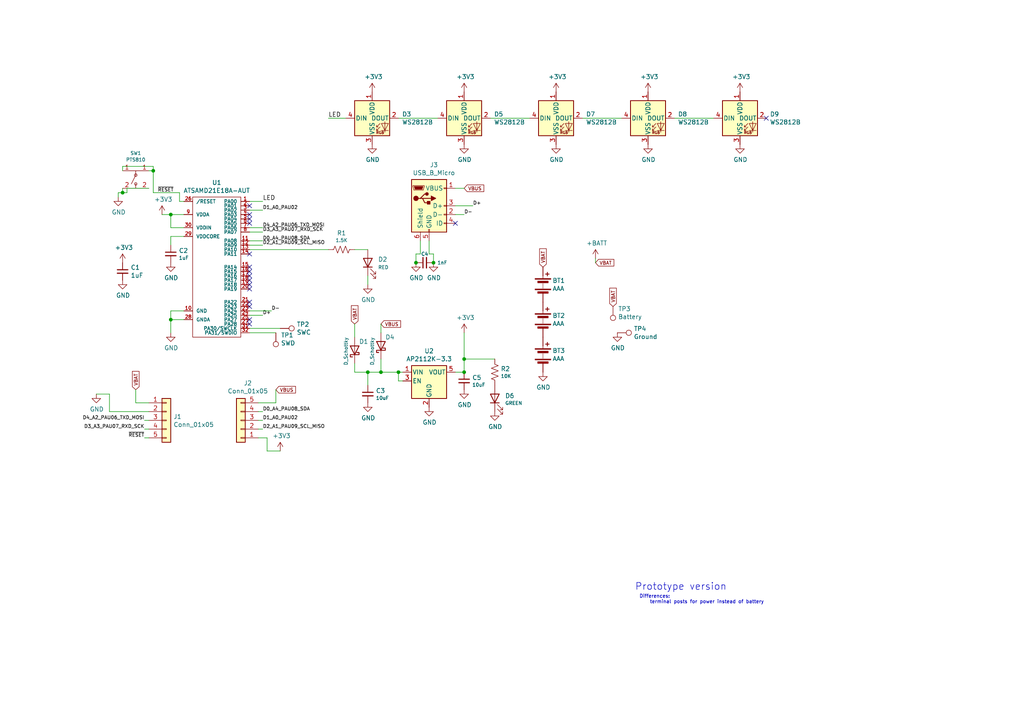
<source format=kicad_sch>
(kicad_sch (version 20230121) (generator eeschema)
  (paper "A4")
  (lib_symbols
    (symbol "Connector:TestPoint" (pin_numbers hide) (pin_names (offset 0.762) hide)
      (property "Reference" "TP" (at 0 6.858 0))
      (property "Value" "TestPoint" (at 0 5.08 0))
      (symbol "TestPoint_0_1"
        (circle (center 0 3.302) (radius 0.762))
      )
      (symbol "TestPoint_1_1"
        (pin passive line (at 0 0 90) (length 2.54) (name "1") (number "1"))
      )
    )
    (symbol "Connector_Generic:Conn_01x05" (pin_names (offset 1.016) hide)
      (property "Reference" "J" (at 0 7.62 0))
      (property "Value" "Conn_01x05" (at 0 -7.62 0))
      (symbol "Conn_01x05_1_1"
        (rectangle (start -1.27 -4.953) (end 0 -5.207) (stroke (width 0.1524)))
        (rectangle (start -1.27 -2.413) (end 0 -2.667) (stroke (width 0.1524)))
        (rectangle (start -1.27 0.127) (end 0 -0.127) (stroke (width 0.1524)))
        (rectangle (start -1.27 2.667) (end 0 2.413) (stroke (width 0.1524)))
        (rectangle (start -1.27 5.207) (end 0 4.953) (stroke (width 0.1524)))
        (rectangle (start -1.27 6.35) (end 1.27 -6.35) (stroke (width 0.254)) (fill (type background)))
        (pin passive line (at -5.08 5.08 0) (length 3.81) (name "Pin_1") (number "1"))
        (pin passive line (at -5.08 2.54 0) (length 3.81) (name "Pin_2") (number "2"))
        (pin passive line (at -5.08 0 0) (length 3.81) (name "Pin_3") (number "3"))
        (pin passive line (at -5.08 -2.54 0) (length 3.81) (name "Pin_4") (number "4"))
        (pin passive line (at -5.08 -5.08 0) (length 3.81) (name "Pin_5") (number "5"))
      )
    )
    (symbol "Device:Battery" (pin_numbers hide) (pin_names (offset 0) hide)
      (property "Reference" "BT" (at 2.54 2.54 0))
      (property "Value" "Battery" (at 2.54 0 0))
      (symbol "Battery_0_1"
        (rectangle (start -2.286 -1.27) (end 2.286 -1.524) (fill (type outline)))
        (rectangle (start -2.286 1.778) (end 2.286 1.524) (fill (type outline)))
        (rectangle (start -1.524 -2.032) (end 1.524 -2.54) (fill (type outline)))
        (rectangle (start -1.524 1.016) (end 1.524 0.508) (fill (type outline)))
        (polyline (pts (xy 0 -1.016) (xy 0 -0.762)))
        (polyline (pts (xy 0 -0.508) (xy 0 -0.254)))
        (polyline (pts (xy 0 0) (xy 0 0.254)))
        (polyline (pts (xy 0 1.778) (xy 0 2.54)))
        (polyline (pts (xy 0.762 3.048) (xy 1.778 3.048)) (stroke (width 0.254)))
        (polyline (pts (xy 1.27 3.556) (xy 1.27 2.54)) (stroke (width 0.254)))
      )
      (symbol "Battery_1_1"
        (pin passive line (at 0 5.08 270) (length 2.54) (name "+") (number "1"))
        (pin passive line (at 0 -5.08 90) (length 2.54) (name "-") (number "2"))
      )
    )
    (symbol "Device:C_Small" (pin_numbers hide) (pin_names (offset 0.254) hide)
      (property "Reference" "C" (at 0.254 1.778 0))
      (property "Value" "C_Small" (at 0.254 -2.032 0))
      (symbol "C_Small_0_1"
        (polyline (pts (xy -1.524 -0.508) (xy 1.524 -0.508)) (stroke (width 0.3302)))
        (polyline (pts (xy -1.524 0.508) (xy 1.524 0.508)) (stroke (width 0.3048)))
      )
      (symbol "C_Small_1_1"
        (pin passive line (at 0 2.54 270) (length 2.032) (name "~") (number "1"))
        (pin passive line (at 0 -2.54 90) (length 2.032) (name "~") (number "2"))
      )
    )
    (symbol "Device:D_Schottky" (pin_numbers hide) (pin_names (offset 1.016) hide)
      (property "Reference" "D" (at 0 2.54 0))
      (property "Value" "D_Schottky" (at 0 -2.54 0))
      (symbol "D_Schottky_0_1"
        (polyline (pts (xy 1.27 0) (xy -1.27 0)))
        (polyline (pts (xy 1.27 1.27) (xy 1.27 -1.27) (xy -1.27 0) (xy 1.27 1.27)) (stroke (width 0.254)))
        (polyline (pts (xy -1.905 0.635) (xy -1.905 1.27) (xy -1.27 1.27) (xy -1.27 -1.27) (xy -0.635 -1.27) (xy -0.635 -0.635)) (stroke (width 0.254)))
      )
      (symbol "D_Schottky_1_1"
        (pin passive line (at -3.81 0 0) (length 2.54) (name "K") (number "1"))
        (pin passive line (at 3.81 0 180) (length 2.54) (name "A") (number "2"))
      )
    )
    (symbol "Device:LED" (pin_numbers hide) (pin_names (offset 1.016) hide)
      (property "Reference" "D" (at 0 2.54 0))
      (property "Value" "LED" (at 0 -2.54 0))
      (symbol "LED_0_1"
        (polyline (pts (xy -1.27 -1.27) (xy -1.27 1.27)) (stroke (width 0.254)))
        (polyline (pts (xy -1.27 0) (xy 1.27 0)))
        (polyline (pts (xy 1.27 -1.27) (xy 1.27 1.27) (xy -1.27 0) (xy 1.27 -1.27)) (stroke (width 0.254)))
        (polyline (pts (xy -3.048 -0.762) (xy -4.572 -2.286) (xy -3.81 -2.286) (xy -4.572 -2.286) (xy -4.572 -1.524)))
        (polyline (pts (xy -1.778 -0.762) (xy -3.302 -2.286) (xy -2.54 -2.286) (xy -3.302 -2.286) (xy -3.302 -1.524)))
      )
      (symbol "LED_1_1"
        (pin passive line (at -3.81 0 0) (length 2.54) (name "K") (number "1"))
        (pin passive line (at 3.81 0 180) (length 2.54) (name "A") (number "2"))
      )
    )
    (symbol "Device:R_US" (pin_numbers hide) (pin_names (offset 0))
      (property "Reference" "R" (at 2.54 0 90))
      (property "Value" "R_US" (at -2.54 0 90))
      (symbol "R_US_0_1"
        (polyline (pts (xy 0 -2.286) (xy 0 -2.54)))
        (polyline (pts (xy 0 2.286) (xy 0 2.54)))
        (polyline (pts (xy 0 -0.762) (xy 1.016 -1.143) (xy 0 -1.524) (xy -1.016 -1.905) (xy 0 -2.286)))
        (polyline (pts (xy 0 0.762) (xy 1.016 0.381) (xy 0 0) (xy -1.016 -0.381) (xy 0 -0.762)))
        (polyline (pts (xy 0 2.286) (xy 1.016 1.905) (xy 0 1.524) (xy -1.016 1.143) (xy 0 0.762)))
      )
      (symbol "R_US_1_1"
        (pin passive line (at 0 3.81 270) (length 1.27) (name "~") (number "1"))
        (pin passive line (at 0 -3.81 90) (length 1.27) (name "~") (number "2"))
      )
    )
    (symbol "LED:WS2812B" (pin_names (offset 0.254))
      (property "Reference" "D" (at 5.08 5.715 0))
      (property "Value" "WS2812B" (at 1.27 -5.715 0))
      (symbol "WS2812B_0_0"
        (text "RGB" (at 2.286 -4.191 0) (effects (font (size 0.762 0.762))))
      )
      (symbol "WS2812B_0_1"
        (polyline (pts (xy 1.27 -3.556) (xy 1.778 -3.556)))
        (polyline (pts (xy 1.27 -2.54) (xy 1.778 -2.54)))
        (polyline (pts (xy 4.699 -3.556) (xy 2.667 -3.556)))
        (polyline (pts (xy 2.286 -2.54) (xy 1.27 -3.556) (xy 1.27 -3.048)))
        (polyline (pts (xy 2.286 -1.524) (xy 1.27 -2.54) (xy 1.27 -2.032)))
        (polyline (pts (xy 3.683 -1.016) (xy 3.683 -3.556) (xy 3.683 -4.064)))
        (polyline (pts (xy 4.699 -1.524) (xy 2.667 -1.524) (xy 3.683 -3.556) (xy 4.699 -1.524)))
        (rectangle (start 5.08 5.08) (end -5.08 -5.08) (stroke (width 0.254)) (fill (type background)))
      )
      (symbol "WS2812B_1_1"
        (pin power_in line (at 0 7.62 270) (length 2.54) (name "VDD") (number "1"))
        (pin output line (at 7.62 0 180) (length 2.54) (name "DOUT") (number "2"))
        (pin power_in line (at 0 -7.62 90) (length 2.54) (name "VSS") (number "3"))
        (pin input line (at -7.62 0 0) (length 2.54) (name "DIN") (number "4"))
      )
    )
    (symbol "bsidessd-rescue:AP2112K-3.3-Regulator_Linear" (pin_names (offset 0.254))
      (property "Reference" "U" (at -5.08 5.715 0))
      (property "Value" "Regulator_Linear_AP2112K-3.3" (at 0 5.715 0))
      (symbol "AP2112K-3.3-Regulator_Linear_0_1"
        (rectangle (start -5.08 4.445) (end 5.08 -5.08) (stroke (width 0.254)) (fill (type background)))
      )
      (symbol "AP2112K-3.3-Regulator_Linear_1_1"
        (pin power_in line (at -7.62 2.54 0) (length 2.54) (name "VIN") (number "1"))
        (pin power_in line (at 0 -7.62 90) (length 2.54) (name "GND") (number "2"))
        (pin input line (at -7.62 0 0) (length 2.54) (name "EN") (number "3"))
        (pin no_connect line (at 7.62 0 180) (length 2.54) hide (name "NC") (number "4"))
        (pin power_out line (at 7.62 2.54 180) (length 2.54) (name "VOUT") (number "5"))
      )
    )
    (symbol "bsidessd-rescue:ATSAMD21E18A-AUT-ATSAMD21E" (pin_names (offset 1.016))
      (property "Reference" "U" (at -6.35 13.97 0))
      (property "Value" "ATSAMD21E_ATSAMD21E18A-AUT" (at -5.08 -29.21 0))
      (symbol "ATSAMD21E18A-AUT-ATSAMD21E_0_1"
        (rectangle (start 1.27 12.7) (end -12.7 -27.94))
      )
      (symbol "ATSAMD21E18A-AUT-ATSAMD21E_1_1"
        (pin input line (at 3.81 11.43 180) (length 2.54) (name "PA00") (number "1"))
        (pin input line (at -15.24 -20.32 0) (length 2.54) (name "GND") (number "10"))
        (pin input line (at 3.81 0 180) (length 2.54) (name "PA08") (number "11"))
        (pin input line (at 3.81 -1.27 180) (length 2.54) (name "PA09") (number "12"))
        (pin input line (at 3.81 -2.54 180) (length 2.54) (name "PA10") (number "13"))
        (pin input line (at 3.81 -3.81 180) (length 2.54) (name "PA11") (number "14"))
        (pin input line (at 3.81 -7.62 180) (length 2.54) (name "PA14") (number "15"))
        (pin input line (at 3.81 -8.89 180) (length 2.54) (name "PA15") (number "16"))
        (pin input line (at 3.81 -10.16 180) (length 2.54) (name "PA16") (number "17"))
        (pin input line (at 3.81 -11.43 180) (length 2.54) (name "PA17") (number "18"))
        (pin input line (at 3.81 -12.7 180) (length 2.54) (name "PA18") (number "19"))
        (pin input line (at 3.81 10.16 180) (length 2.54) (name "PA01") (number "2"))
        (pin input line (at 3.81 -13.97 180) (length 2.54) (name "PA19") (number "20"))
        (pin input line (at 3.81 -17.78 180) (length 2.54) (name "PA22") (number "21"))
        (pin input line (at 3.81 -19.05 180) (length 2.54) (name "PA23") (number "22"))
        (pin input line (at 3.81 -20.32 180) (length 2.54) (name "PA24") (number "23"))
        (pin input line (at 3.81 -21.59 180) (length 2.54) (name "PA25") (number "24"))
        (pin input line (at 3.81 -22.86 180) (length 2.54) (name "PA27") (number "25"))
        (pin input line (at -15.24 11.43 0) (length 2.54) (name "/RESET") (number "26"))
        (pin input line (at 3.81 -24.13 180) (length 2.54) (name "PA28") (number "27"))
        (pin input line (at -15.24 -22.86 0) (length 2.54) (name "GNDA") (number "28"))
        (pin input line (at -15.24 1.27 0) (length 2.54) (name "VDDCORE") (number "29"))
        (pin input line (at 3.81 8.89 180) (length 2.54) (name "PA02") (number "3"))
        (pin input line (at -15.24 3.81 0) (length 2.54) (name "VDDIN") (number "30"))
        (pin input line (at 3.81 -25.4 180) (length 2.54) (name "PA30/SWCLK") (number "31"))
        (pin input line (at 3.81 -26.67 180) (length 2.54) (name "PA31/SWDIO") (number "32"))
        (pin input line (at 3.81 7.62 180) (length 2.54) (name "PA03") (number "4"))
        (pin input line (at 3.81 6.35 180) (length 2.54) (name "PA04") (number "5"))
        (pin input line (at 3.81 5.08 180) (length 2.54) (name "PA05") (number "6"))
        (pin input line (at 3.81 3.81 180) (length 2.54) (name "PA06") (number "7"))
        (pin input line (at 3.81 2.54 180) (length 2.54) (name "PA07") (number "8"))
        (pin input line (at -15.24 7.62 0) (length 2.54) (name "VDDA") (number "9"))
      )
    )
    (symbol "bsidessd-rescue:PTS810-pts810_alt" (pin_names (offset 1.016))
      (property "Reference" "SW" (at 0 5.08 0))
      (property "Value" "pts810_alt_PTS810" (at 0 -3.81 0))
      (symbol "PTS810-pts810_alt_0_1"
        (circle (center 0 -1.27) (radius 0.3556))
        (polyline (pts (xy 0 1.27) (xy -1.27 -1.27)))
        (polyline (pts (xy -1.27 -2.54) (xy 1.27 -2.54) (xy 0 -2.54) (xy 0 -1.27)))
        (polyline (pts (xy -1.27 2.54) (xy 1.27 2.54) (xy 0 2.54) (xy 0 1.27)))
        (circle (center 0 1.27) (radius 0.381))
      )
      (symbol "PTS810-pts810_alt_1_1"
        (pin input line (at -3.81 2.54 0) (length 2.54) (name "~") (number "1"))
        (pin input line (at 3.81 2.54 180) (length 2.54) (name "~") (number "1"))
        (pin input line (at -3.81 -2.54 0) (length 2.54) (name "~") (number "2"))
        (pin input line (at 3.81 -2.54 180) (length 2.54) (name "~") (number "2"))
      )
    )
    (symbol "bsidessd-rescue:USB_B_Micro-Connector" (pin_names (offset 1.016))
      (property "Reference" "J" (at -5.08 11.43 0))
      (property "Value" "Connector_USB_B_Micro" (at -5.08 8.89 0))
      (symbol "USB_B_Micro-Connector_0_1"
        (rectangle (start -5.08 -7.62) (end 5.08 7.62) (stroke (width 0.254)) (fill (type background)))
        (circle (center -3.81 2.159) (radius 0.635) (stroke (width 0.254)) (fill (type outline)))
        (circle (center -0.635 3.429) (radius 0.381) (stroke (width 0.254)) (fill (type outline)))
        (rectangle (start -0.127 -7.62) (end 0.127 -6.858))
        (polyline (pts (xy -1.905 2.159) (xy 0.635 2.159)) (stroke (width 0.254)))
        (polyline (pts (xy -3.175 2.159) (xy -2.54 2.159) (xy -1.27 3.429) (xy -0.635 3.429)) (stroke (width 0.254)))
        (polyline (pts (xy -2.54 2.159) (xy -1.905 2.159) (xy -1.27 0.889) (xy 0 0.889)) (stroke (width 0.254)))
        (polyline (pts (xy 0.635 2.794) (xy 0.635 1.524) (xy 1.905 2.159) (xy 0.635 2.794)) (stroke (width 0.254)) (fill (type outline)))
        (polyline (pts (xy -4.318 5.588) (xy -1.778 5.588) (xy -2.032 4.826) (xy -4.064 4.826) (xy -4.318 5.588)) (fill (type outline)))
        (polyline (pts (xy -4.699 5.842) (xy -4.699 5.588) (xy -4.445 4.826) (xy -4.445 4.572) (xy -1.651 4.572) (xy -1.651 4.826) (xy -1.397 5.588) (xy -1.397 5.842) (xy -4.699 5.842)))
        (rectangle (start 0.254 1.27) (end -0.508 0.508) (stroke (width 0.254)) (fill (type outline)))
        (rectangle (start 5.08 -5.207) (end 4.318 -4.953))
        (rectangle (start 5.08 -2.667) (end 4.318 -2.413))
        (rectangle (start 5.08 -0.127) (end 4.318 0.127))
        (rectangle (start 5.08 4.953) (end 4.318 5.207))
      )
      (symbol "USB_B_Micro-Connector_1_1"
        (pin power_out line (at 7.62 5.08 180) (length 2.54) (name "VBUS") (number "1"))
        (pin passive line (at 7.62 -2.54 180) (length 2.54) (name "D-") (number "2"))
        (pin passive line (at 7.62 0 180) (length 2.54) (name "D+") (number "3"))
        (pin passive line (at 7.62 -5.08 180) (length 2.54) (name "ID") (number "4"))
        (pin power_out line (at 0 -10.16 90) (length 2.54) (name "GND") (number "5"))
        (pin passive line (at -2.54 -10.16 90) (length 2.54) (name "Shield") (number "6"))
      )
    )
    (symbol "power:+3V3" (power) (pin_names (offset 0))
      (property "Value" "+3V3" (at 0 3.556 0))
      (symbol "+3V3_0_1"
        (polyline (pts (xy -0.762 1.27) (xy 0 2.54)))
        (polyline (pts (xy 0 0) (xy 0 2.54)))
        (polyline (pts (xy 0 2.54) (xy 0.762 1.27)))
      )
      (symbol "+3V3_1_1"
        (pin power_in line (at 0 0 90) (length 0) hide (name "+3V3") (number "1"))
      )
    )
    (symbol "power:+BATT" (power) (pin_names (offset 0))
      (property "Value" "+BATT" (at 0 3.556 0))
      (symbol "+BATT_0_1"
        (polyline (pts (xy -0.762 1.27) (xy 0 2.54)))
        (polyline (pts (xy 0 0) (xy 0 2.54)))
        (polyline (pts (xy 0 2.54) (xy 0.762 1.27)))
      )
      (symbol "+BATT_1_1"
        (pin power_in line (at 0 0 90) (length 0) hide (name "+BATT") (number "1"))
      )
    )
    (symbol "power:GND" (power) (pin_names (offset 0))
      (property "Value" "GND" (at 0 -3.81 0))
      (symbol "GND_0_1"
        (polyline (pts (xy 0 0) (xy 0 -1.27) (xy 1.27 -1.27) (xy 0 -2.54) (xy -1.27 -1.27) (xy 0 -1.27)))
      )
      (symbol "GND_1_1"
        (pin power_in line (at 0 0 270) (length 0) hide (name "GND") (number "1"))
      )
    )
  )
  (junction (at 35.56 55.88))
  (junction (at 110.49 107.95))
  (junction (at 120.65 76.2))
  (junction (at 44.45 49.53))
  (junction (at 115.57 107.95))
  (junction (at 106.68 107.95))
  (junction (at 134.62 107.95))
  (junction (at 125.73 76.2))
  (junction (at 134.62 104.14))
  (junction (at 49.53 62.23))
  (junction (at 49.53 92.71))
  (no_connect (at 72.39 82.55))
  (no_connect (at 222.25 34.29))
  (no_connect (at 72.39 88.9))
  (no_connect (at 72.39 62.23))
  (no_connect (at 72.39 87.63))
  (no_connect (at 72.39 59.69))
  (no_connect (at 132.08 64.77))
  (no_connect (at 72.39 77.47))
  (no_connect (at 72.39 80.01))
  (no_connect (at 72.39 63.5))
  (no_connect (at 72.39 81.28))
  (no_connect (at 72.39 73.66))
  (no_connect (at 72.39 83.82))
  (no_connect (at 72.39 92.71))
  (no_connect (at 72.39 93.98))
  (no_connect (at 72.39 64.77))
  (no_connect (at 72.39 78.74))
  (wire (pts (xy 49.53 92.71) (xy 53.34 92.71)))
  (wire (pts (xy 116.84 110.49) (xy 115.57 110.49)))
  (wire (pts (xy 110.49 107.95) (xy 115.57 107.95)))
  (wire (pts (xy 102.87 107.95) (xy 106.68 107.95)))
  (wire (pts (xy 102.87 93.98) (xy 102.87 97.79)))
  (wire (pts (xy 77.47 127) (xy 77.47 130.81)))
  (wire (pts (xy 180.34 34.29) (xy 168.91 34.29)))
  (wire (pts (xy 74.93 119.38) (xy 76.2 119.38)))
  (wire (pts (xy 49.53 90.17) (xy 49.53 92.71)))
  (wire (pts (xy 74.93 127) (xy 77.47 127)))
  (wire (pts (xy 34.29 55.88) (xy 34.29 57.15)))
  (wire (pts (xy 110.49 104.14) (xy 110.49 107.95)))
  (wire (pts (xy 121.92 73.66) (xy 120.65 73.66)))
  (wire (pts (xy 53.34 68.58) (xy 49.53 68.58)))
  (wire (pts (xy 153.67 34.29) (xy 142.24 34.29)))
  (wire (pts (xy 72.39 71.12) (xy 76.2 71.12)))
  (wire (pts (xy 72.39 60.96) (xy 76.2 60.96)))
  (wire (pts (xy 74.93 116.84) (xy 80.01 116.84)))
  (wire (pts (xy 72.39 90.17) (xy 78.74 90.17)))
  (wire (pts (xy 132.08 107.95) (xy 134.62 107.95)))
  (wire (pts (xy 31.75 119.38) (xy 31.75 114.3)))
  (wire (pts (xy 132.08 59.69) (xy 137.16 59.69)))
  (wire (pts (xy 72.39 58.42) (xy 76.2 58.42)))
  (wire (pts (xy 134.62 104.14) (xy 134.62 96.52)))
  (wire (pts (xy 49.53 68.58) (xy 49.53 71.12)))
  (wire (pts (xy 80.01 116.84) (xy 80.01 113.03)))
  (wire (pts (xy 39.37 116.84) (xy 39.37 113.03)))
  (wire (pts (xy 72.39 91.44) (xy 76.2 91.44)))
  (wire (pts (xy 53.34 58.42) (xy 52.07 58.42)))
  (wire (pts (xy 53.34 66.04) (xy 49.53 66.04)))
  (wire (pts (xy 43.18 127) (xy 41.91 127)))
  (wire (pts (xy 115.57 110.49) (xy 115.57 107.95)))
  (wire (pts (xy 120.65 73.66) (xy 120.65 76.2)))
  (wire (pts (xy 72.39 67.31) (xy 76.2 67.31)))
  (wire (pts (xy 43.18 54.61) (xy 36.83 54.61)))
  (wire (pts (xy 134.62 107.95) (xy 134.62 104.14)))
  (wire (pts (xy 31.75 114.3) (xy 27.94 114.3)))
  (wire (pts (xy 116.84 107.95) (xy 115.57 107.95)))
  (wire (pts (xy 102.87 72.39) (xy 106.68 72.39)))
  (wire (pts (xy 35.56 54.61) (xy 35.56 55.88)))
  (wire (pts (xy 134.62 104.14) (xy 143.51 104.14)))
  (wire (pts (xy 106.68 107.95) (xy 110.49 107.95)))
  (wire (pts (xy 124.46 69.85) (xy 124.46 73.66)))
  (wire (pts (xy 44.45 48.26) (xy 44.45 49.53)))
  (wire (pts (xy 77.47 130.81) (xy 81.28 130.81)))
  (wire (pts (xy 132.08 62.23) (xy 134.62 62.23)))
  (wire (pts (xy 49.53 92.71) (xy 49.53 96.52)))
  (wire (pts (xy 44.45 49.53) (xy 44.45 55.88)))
  (wire (pts (xy 72.39 72.39) (xy 95.25 72.39)))
  (wire (pts (xy 43.18 116.84) (xy 39.37 116.84)))
  (wire (pts (xy 115.57 34.29) (xy 127 34.29)))
  (wire (pts (xy 49.53 66.04) (xy 49.53 62.23)))
  (wire (pts (xy 52.07 55.88) (xy 44.45 55.88)))
  (wire (pts (xy 100.33 34.29) (xy 95.25 34.29)))
  (wire (pts (xy 36.83 54.61) (xy 36.83 55.88)))
  (wire (pts (xy 72.39 66.04) (xy 76.2 66.04)))
  (wire (pts (xy 74.93 121.92) (xy 76.2 121.92)))
  (wire (pts (xy 44.45 49.53) (xy 43.18 49.53)))
  (wire (pts (xy 53.34 90.17) (xy 49.53 90.17)))
  (wire (pts (xy 35.56 48.26) (xy 44.45 48.26)))
  (wire (pts (xy 36.83 55.88) (xy 35.56 55.88)))
  (wire (pts (xy 132.08 54.61) (xy 134.62 54.61)))
  (wire (pts (xy 172.72 76.2) (xy 172.72 74.93)))
  (wire (pts (xy 124.46 73.66) (xy 125.73 73.66)))
  (wire (pts (xy 31.75 119.38) (xy 43.18 119.38)))
  (wire (pts (xy 72.39 96.52) (xy 80.01 96.52)))
  (wire (pts (xy 72.39 69.85) (xy 76.2 69.85)))
  (wire (pts (xy 102.87 107.95) (xy 102.87 105.41)))
  (wire (pts (xy 43.18 124.46) (xy 41.91 124.46)))
  (wire (pts (xy 110.49 93.98) (xy 110.49 96.52)))
  (wire (pts (xy 43.18 121.92) (xy 41.91 121.92)))
  (wire (pts (xy 121.92 69.85) (xy 121.92 73.66)))
  (wire (pts (xy 106.68 111.76) (xy 106.68 107.95)))
  (wire (pts (xy 46.99 62.23) (xy 49.53 62.23)))
  (wire (pts (xy 35.56 55.88) (xy 34.29 55.88)))
  (wire (pts (xy 125.73 73.66) (xy 125.73 76.2)))
  (wire (pts (xy 49.53 62.23) (xy 53.34 62.23)))
  (wire (pts (xy 74.93 124.46) (xy 76.2 124.46)))
  (wire (pts (xy 106.68 80.01) (xy 106.68 82.55)))
  (wire (pts (xy 72.39 95.25) (xy 81.28 95.25)))
  (wire (pts (xy 52.07 58.42) (xy 52.07 55.88)))
  (wire (pts (xy 207.01 34.29) (xy 195.58 34.29)))
  (wire (pts (xy 35.56 49.53) (xy 35.56 48.26)))
  (text "Prototype version" (at 184.15 171.45 0) (effects (font (size 2.0066 2.0066)) (justify left bottom)))
  (text "Differences:\n    terminal posts for power instead of battery" (at 185.42 175.26 0) (effects (font (size 0.9906 0.9906)) (justify left bottom)))
  (label "D-" (at 134.62 62.23 0) (effects (font (size 0.9906 0.9906))))
  (label "D-" (at 78.74 90.17 0) (effects (font (size 0.9906 0.9906))))
  (label "LED" (at 76.2 58.42 0))
  (label "D0_A4_PAU08_SDA" (at 76.2 69.85 0) (effects (font (size 0.9906 0.9906))))
  (label "D3_A3_PAU07_RXD_SCK" (at 76.2 67.31 0) (effects (font (size 0.9906 0.9906))))
  (label "D+" (at 76.2 91.44 0) (effects (font (size 0.9906 0.9906))))
  (label "D4_A2_PAU06_TXD_MOSI" (at 41.91 121.92 180) (effects (font (size 0.9906 0.9906))))
  (label "D4_A2_PAU06_TXD_MOSI" (at 76.2 66.04 0) (effects (font (size 0.9906 0.9906))))
  (label "D0_A4_PAU08_SDA" (at 76.2 119.38 0) (effects (font (size 0.9906 0.9906))))
  (label "~{RESET}" (at 45.72 55.88 0) (effects (font (size 0.9906 0.9906))))
  (label "LED" (at 95.25 34.29 0))
  (label "D3_A3_PAU07_RXD_SCK" (at 41.91 124.46 180) (effects (font (size 0.9906 0.9906))))
  (label "D+" (at 137.16 59.69 0) (effects (font (size 0.9906 0.9906))))
  (label "D1_A0_PAU02" (at 76.2 60.96 0) (effects (font (size 0.9906 0.9906))))
  (label "D1_A0_PAU02" (at 76.2 121.92 0) (effects (font (size 0.9906 0.9906))))
  (label "D2_A1_PAU09_SCL_MISO" (at 76.2 124.46 0) (effects (font (size 0.9906 0.9906))))
  (label "~{RESET}" (at 41.91 127 180) (effects (font (size 0.9906 0.9906))))
  (label "D2_A1_PAU09_SCL_MISO" (at 76.2 71.12 0) (effects (font (size 0.9906 0.9906))))
  (global_label "VBAT" (shape input) (at 157.48 77.47 90) (effects (font (size 0.9906 0.9906))) (property "Intersheetrefs" "${INTERSHEET_REFS}" (effects hide)))
  (global_label "VBAT" (shape input) (at 39.37 113.03 90) (effects (font (size 0.9906 0.9906))) (property "Intersheetrefs" "${INTERSHEET_REFS}" (effects hide)))
  (global_label "VBAT" (shape input) (at 172.72 76.2 0) (effects (font (size 0.9906 0.9906))) (property "Intersheetrefs" "${INTERSHEET_REFS}" (effects hide)))
  (global_label "VBUS" (shape input) (at 134.62 54.61 0) (effects (font (size 0.9906 0.9906))) (property "Intersheetrefs" "${INTERSHEET_REFS}" (effects hide)))
  (global_label "VBUS" (shape input) (at 110.49 93.98 0) (effects (font (size 0.9906 0.9906))) (property "Intersheetrefs" "${INTERSHEET_REFS}" (effects hide)))
  (global_label "VBUS" (shape input) (at 80.01 113.03 0) (effects (font (size 0.9906 0.9906))) (property "Intersheetrefs" "${INTERSHEET_REFS}" (effects hide)))
  (global_label "VBAT" (shape input) (at 177.8 88.9 90) (effects (font (size 0.9906 0.9906))) (property "Intersheetrefs" "${INTERSHEET_REFS}" (effects hide)))
  (global_label "VBAT" (shape input) (at 102.87 93.98 90) (effects (font (size 0.9906 0.9906))) (property "Intersheetrefs" "${INTERSHEET_REFS}" (effects hide)))
  (symbol (lib_id "bsidessd-rescue:ATSAMD21E18A-AUT-ATSAMD21E") (at 68.58 69.85 0) (unit 1)
    (property "Reference" "U1" (at 62.865 52.959 0))
    (property "Value" "ATSAMD21E18A-AUT" (at 62.865 55.2704 0))
    (property "Footprint" "Package_QFP:TQFP-32_7x7mm_P0.8mm" (effects hide))
  )
  (symbol (lib_id "LED:WS2812B") (at 134.62 34.29 0) (unit 1)
    (property "Reference" "D5" (at 143.2814 33.1216 0) (effects (justify left)))
    (property "Value" "WS2812B" (at 143.2814 35.433 0) (effects (justify left)))
    (property "Footprint" "LED_SMD:LED_WS2812B_PLCC4_5.0x5.0mm_P3.2mm" (effects hide))
    (property "Datasheet" "https://cdn-shop.adafruit.com/datasheets/WS2812B.pdf" (effects hide))
  )
  (symbol (lib_id "LED:WS2812B") (at 161.29 34.29 0) (unit 1)
    (property "Reference" "D7" (at 169.9514 33.1216 0) (effects (justify left)))
    (property "Value" "WS2812B" (at 169.9514 35.433 0) (effects (justify left)))
    (property "Footprint" "LED_SMD:LED_WS2812B_PLCC4_5.0x5.0mm_P3.2mm" (effects hide))
    (property "Datasheet" "https://cdn-shop.adafruit.com/datasheets/WS2812B.pdf" (effects hide))
  )
  (symbol (lib_id "LED:WS2812B") (at 187.96 34.29 0) (unit 1)
    (property "Reference" "D8" (at 196.6214 33.1216 0) (effects (justify left)))
    (property "Value" "WS2812B" (at 196.6214 35.433 0) (effects (justify left)))
    (property "Footprint" "LED_SMD:LED_WS2812B_PLCC4_5.0x5.0mm_P3.2mm" (effects hide))
    (property "Datasheet" "https://cdn-shop.adafruit.com/datasheets/WS2812B.pdf" (effects hide))
  )
  (symbol (lib_id "LED:WS2812B") (at 214.63 34.29 0) (unit 1)
    (property "Reference" "D9" (at 223.2914 33.1216 0) (effects (justify left)))
    (property "Value" "WS2812B" (at 223.2914 35.433 0) (effects (justify left)))
    (property "Footprint" "LED_SMD:LED_WS2812B_PLCC4_5.0x5.0mm_P3.2mm" (effects hide))
    (property "Datasheet" "https://cdn-shop.adafruit.com/datasheets/WS2812B.pdf" (effects hide))
  )
  (symbol (lib_id "LED:WS2812B") (at 107.95 34.29 0) (unit 1)
    (property "Reference" "D3" (at 116.6114 33.1216 0) (effects (justify left)))
    (property "Value" "WS2812B" (at 116.6114 35.433 0) (effects (justify left)))
    (property "Footprint" "LED_SMD:LED_WS2812B_PLCC4_5.0x5.0mm_P3.2mm" (effects hide))
    (property "Datasheet" "https://cdn-shop.adafruit.com/datasheets/WS2812B.pdf" (effects hide))
  )
  (symbol (lib_id "power:GND") (at 107.95 41.91 0) (unit 1)
    (property "Reference" "#PWR0101" (effects hide))
    (property "Value" "GND" (at 108.077 46.3042 0))
  )
  (symbol (lib_id "power:GND") (at 134.62 41.91 0) (unit 1)
    (property "Reference" "#PWR0102" (effects hide))
    (property "Value" "GND" (at 134.747 46.3042 0))
  )
  (symbol (lib_id "power:GND") (at 161.29 41.91 0) (unit 1)
    (property "Reference" "#PWR0103" (effects hide))
    (property "Value" "GND" (at 161.417 46.3042 0))
  )
  (symbol (lib_id "power:GND") (at 187.96 41.91 0) (unit 1)
    (property "Reference" "#PWR0104" (effects hide))
    (property "Value" "GND" (at 188.087 46.3042 0))
  )
  (symbol (lib_id "power:GND") (at 214.63 41.91 0) (unit 1)
    (property "Reference" "#PWR0105" (effects hide))
    (property "Value" "GND" (at 214.757 46.3042 0))
  )
  (symbol (lib_id "power:+3V3") (at 214.63 26.67 0) (unit 1)
    (property "Reference" "#PWR0106" (effects hide))
    (property "Value" "+3V3" (at 215.011 22.2758 0))
  )
  (symbol (lib_id "power:+3V3") (at 187.96 26.67 0) (unit 1)
    (property "Reference" "#PWR0107" (effects hide))
    (property "Value" "+3V3" (at 188.341 22.2758 0))
  )
  (symbol (lib_id "power:+3V3") (at 161.29 26.67 0) (unit 1)
    (property "Reference" "#PWR0108" (effects hide))
    (property "Value" "+3V3" (at 161.671 22.2758 0))
  )
  (symbol (lib_id "power:+3V3") (at 134.62 26.67 0) (unit 1)
    (property "Reference" "#PWR0109" (effects hide))
    (property "Value" "+3V3" (at 135.001 22.2758 0))
  )
  (symbol (lib_id "power:+3V3") (at 107.95 26.67 0) (unit 1)
    (property "Reference" "#PWR0110" (effects hide))
    (property "Value" "+3V3" (at 108.331 22.2758 0))
  )
  (symbol (lib_id "power:GND") (at 49.53 96.52 0) (unit 1)
    (property "Reference" "#PWR0111" (effects hide))
    (property "Value" "GND" (at 49.657 100.9142 0))
  )
  (symbol (lib_id "power:+3V3") (at 46.99 62.23 0) (unit 1)
    (property "Reference" "#PWR0112" (effects hide))
    (property "Value" "+3V3" (at 47.371 57.8358 0))
  )
  (symbol (lib_id "Device:C_Small") (at 49.53 73.66 0) (unit 1)
    (property "Reference" "C2" (at 51.8668 72.6948 0) (effects (justify left)))
    (property "Value" "1uF" (at 51.8668 74.803 0) (effects (font (size 0.9906 0.9906)) (justify left)))
    (property "Footprint" "Capacitor_SMD:C_0805_2012Metric" (effects hide))
  )
  (symbol (lib_id "power:GND") (at 49.53 76.2 0) (unit 1)
    (property "Reference" "#PWR0113" (effects hide))
    (property "Value" "GND" (at 49.657 80.5942 0))
  )
  (symbol (lib_id "Connector:TestPoint") (at 81.28 95.25 270) (unit 1)
    (property "Reference" "TP2" (at 86.0552 94.0816 90) (effects (justify left)))
    (property "Value" "SWC" (at 86.0552 96.393 90) (effects (justify left)))
    (property "Footprint" "Connector_PinHeader_2.54mm:PinHeader_1x01_P2.54mm_Vertical" (effects hide))
  )
  (symbol (lib_id "Connector:TestPoint") (at 80.01 96.52 180) (unit 1)
    (property "Reference" "TP1" (at 81.4832 97.2058 0) (effects (justify right)))
    (property "Value" "SWD" (at 81.4832 99.5172 0) (effects (justify right)))
    (property "Footprint" "Connector_PinHeader_2.54mm:PinHeader_1x01_P2.54mm_Vertical" (effects hide))
  )
  (symbol (lib_id "Device:R_US") (at 99.06 72.39 270) (unit 1)
    (property "Reference" "R1" (at 99.06 67.5894 90))
    (property "Value" "1.5K" (at 99.06 69.6976 90) (effects (font (size 0.9906 0.9906))))
    (property "Footprint" "Resistor_SMD:R_0805_2012Metric" (effects hide))
  )
  (symbol (lib_id "Device:LED") (at 106.68 76.2 90) (unit 1)
    (property "Reference" "D2" (at 109.6518 75.2348 90) (effects (justify right)))
    (property "Value" "RED" (at 109.6518 77.5462 90) (effects (font (size 0.9906 0.9906)) (justify right)))
    (property "Footprint" "LED_SMD:LED_0603_1608Metric" (effects hide))
  )
  (symbol (lib_id "power:GND") (at 106.68 82.55 0) (unit 1)
    (property "Reference" "#PWR0114" (effects hide))
    (property "Value" "GND" (at 106.807 86.9442 0))
  )
  (symbol (lib_id "bsidessd-rescue:USB_B_Micro-Connector") (at 124.46 59.69 0) (unit 1)
    (property "Reference" "J3" (at 125.857 47.8282 0))
    (property "Value" "USB_B_Micro" (at 125.857 50.1396 0))
    (property "Footprint" "Connector_USB:USB_Micro-B_Amphenol_10103594-0001LF_Horizontal" (effects hide))
  )
  (symbol (lib_id "Device:C_Small") (at 123.19 76.2 90) (unit 1)
    (property "Reference" "C4" (at 123.19 73.66 90) (effects (font (size 0.9906 0.9906))))
    (property "Value" "1nF" (at 128.27 76.2 90) (effects (font (size 0.9906 0.9906))))
    (property "Footprint" "Capacitor_SMD:C_0805_2012Metric" (effects hide))
  )
  (symbol (lib_id "power:GND") (at 125.73 76.2 0) (unit 1)
    (property "Reference" "#PWR0115" (effects hide))
    (property "Value" "GND" (at 125.857 80.5942 0))
  )
  (symbol (lib_id "power:GND") (at 120.65 76.2 0) (unit 1)
    (property "Reference" "#PWR0116" (effects hide))
    (property "Value" "GND" (at 120.777 80.5942 0))
  )
  (symbol (lib_id "bsidessd-rescue:AP2112K-3.3-Regulator_Linear") (at 124.46 110.49 0) (unit 1)
    (property "Reference" "U2" (at 124.46 101.8032 0))
    (property "Value" "AP2112K-3.3" (at 124.46 104.1146 0))
    (property "Footprint" "Package_TO_SOT_SMD:SOT-23-5" (effects hide))
    (property "Datasheet" "https://www.diodes.com/assets/Datasheets/AP2112.pdf" (effects hide))
  )
  (symbol (lib_id "Device:D_Schottky") (at 110.49 100.33 90) (unit 1)
    (property "Reference" "D4" (at 111.76 97.79 90) (effects (justify right)))
    (property "Value" "D_Schottky" (at 107.95 97.79 0) (effects (font (size 0.9906 0.9906)) (justify right)))
    (property "Footprint" "Diode_SMD:D_SOD-323" (effects hide))
  )
  (symbol (lib_id "Device:D_Schottky") (at 102.87 101.6 90) (unit 1)
    (property "Reference" "D1" (at 104.14 99.06 90) (effects (justify right)))
    (property "Value" "D_Schottky" (at 100.33 97.79 0) (effects (font (size 0.9906 0.9906)) (justify right)))
    (property "Footprint" "Diode_SMD:D_SOD-323" (effects hide))
  )
  (symbol (lib_id "Device:C_Small") (at 106.68 114.3 0) (unit 1)
    (property "Reference" "C3" (at 109.0168 113.3348 0) (effects (justify left)))
    (property "Value" "10uF" (at 109.0168 115.443 0) (effects (font (size 0.9906 0.9906)) (justify left)))
    (property "Footprint" "Capacitor_SMD:C_0805_2012Metric" (effects hide))
  )
  (symbol (lib_id "Device:C_Small") (at 134.62 110.49 0) (unit 1)
    (property "Reference" "C5" (at 136.9568 109.5248 0) (effects (justify left)))
    (property "Value" "10uF" (at 136.9568 111.633 0) (effects (font (size 0.9906 0.9906)) (justify left)))
    (property "Footprint" "Capacitor_SMD:C_0805_2012Metric" (effects hide))
  )
  (symbol (lib_id "Device:R_US") (at 143.51 107.95 0) (unit 1)
    (property "Reference" "R2" (at 145.2372 106.9848 0) (effects (justify left)))
    (property "Value" "10K" (at 145.2372 109.093 0) (effects (font (size 0.9906 0.9906)) (justify left)))
    (property "Footprint" "Resistor_SMD:R_0805_2012Metric" (effects hide))
  )
  (symbol (lib_id "Device:LED") (at 143.51 115.57 90) (unit 1)
    (property "Reference" "D6" (at 146.5072 114.808 90) (effects (justify right)))
    (property "Value" "GREEN" (at 146.5072 116.9162 90) (effects (font (size 0.9906 0.9906)) (justify right)))
    (property "Footprint" "LED_SMD:LED_0603_1608Metric" (effects hide))
  )
  (symbol (lib_id "Device:C_Small") (at 35.56 78.74 0) (unit 1)
    (property "Reference" "C1" (at 37.8968 77.5716 0) (effects (justify left)))
    (property "Value" "1uF" (at 37.8968 79.883 0) (effects (justify left)))
    (property "Footprint" "Capacitor_SMD:C_0805_2012Metric" (effects hide))
  )
  (symbol (lib_id "power:+3V3") (at 35.56 76.2 0) (unit 1)
    (property "Reference" "#PWR0118" (effects hide))
    (property "Value" "+3V3" (at 35.941 71.8058 0))
  )
  (symbol (lib_id "power:GND") (at 35.56 81.28 0) (unit 1)
    (property "Reference" "#PWR0119" (effects hide))
    (property "Value" "GND" (at 35.687 85.6742 0))
  )
  (symbol (lib_id "power:GND") (at 106.68 116.84 0) (unit 1)
    (property "Reference" "#PWR0120" (effects hide))
    (property "Value" "GND" (at 106.807 121.2342 0))
  )
  (symbol (lib_id "power:GND") (at 124.46 118.11 0) (unit 1)
    (property "Reference" "#PWR0121" (effects hide))
    (property "Value" "GND" (at 124.587 122.5042 0))
  )
  (symbol (lib_id "power:GND") (at 134.62 113.03 0) (unit 1)
    (property "Reference" "#PWR0124" (effects hide))
    (property "Value" "GND" (at 134.747 117.4242 0))
  )
  (symbol (lib_id "power:GND") (at 143.51 119.38 0) (unit 1)
    (property "Reference" "#PWR0125" (effects hide))
    (property "Value" "GND" (at 143.637 123.7742 0))
  )
  (symbol (lib_id "power:+3V3") (at 134.62 96.52 0) (unit 1)
    (property "Reference" "#PWR0126" (effects hide))
    (property "Value" "+3V3" (at 135.001 92.1258 0))
  )
  (symbol (lib_id "power:GND") (at 34.29 57.15 0) (unit 1)
    (property "Reference" "#PWR0127" (effects hide))
    (property "Value" "GND" (at 34.417 61.5442 0))
  )
  (symbol (lib_id "Connector_Generic:Conn_01x05") (at 48.26 121.92 0) (unit 1)
    (property "Reference" "J1" (at 50.292 120.8532 0) (effects (justify left)))
    (property "Value" "Conn_01x05" (at 50.292 123.1646 0) (effects (justify left)))
    (property "Footprint" "Connector_PinHeader_2.54mm:PinHeader_1x05_P2.54mm_Vertical" (effects hide))
  )
  (symbol (lib_id "Connector_Generic:Conn_01x05") (at 69.85 121.92 180) (unit 1)
    (property "Reference" "J2" (at 71.882 111.125 0))
    (property "Value" "Conn_01x05" (at 71.882 113.4364 0))
    (property "Footprint" "Connector_PinHeader_2.54mm:PinHeader_1x05_P2.54mm_Vertical" (effects hide))
  )
  (symbol (lib_id "power:GND") (at 27.94 114.3 0) (unit 1)
    (property "Reference" "#PWR0128" (effects hide))
    (property "Value" "GND" (at 28.067 118.6942 0))
  )
  (symbol (lib_id "power:+3V3") (at 81.28 130.81 0) (unit 1)
    (property "Reference" "#PWR0131" (effects hide))
    (property "Value" "+3V3" (at 81.661 126.4158 0))
  )
  (symbol (lib_id "Device:Battery") (at 157.48 82.55 0) (unit 1)
    (property "Reference" "BT1" (at 160.2232 81.3816 0) (effects (justify left)))
    (property "Value" "AAA" (at 160.2232 83.693 0) (effects (justify left)))
  )
  (symbol (lib_id "power:+BATT") (at 172.72 74.93 0) (unit 1)
    (property "Reference" "#PWR0132" (effects hide))
    (property "Value" "+BATT" (at 173.101 70.5358 0))
  )
  (symbol (lib_id "power:GND") (at 157.48 107.95 0) (unit 1)
    (property "Reference" "#PWR0133" (effects hide))
    (property "Value" "GND" (at 157.607 112.3442 0))
  )
  (symbol (lib_id "Device:Battery") (at 157.48 92.71 0) (unit 1)
    (property "Reference" "BT2" (at 160.2232 91.5416 0) (effects (justify left)))
    (property "Value" "AAA" (at 160.2232 93.853 0) (effects (justify left)))
  )
  (symbol (lib_id "Device:Battery") (at 157.48 102.87 0) (unit 1)
    (property "Reference" "BT3" (at 160.2232 101.7016 0) (effects (justify left)))
    (property "Value" "AAA" (at 160.2232 104.013 0) (effects (justify left)))
  )
  (symbol (lib_id "power:GND") (at 179.07 96.52 0) (unit 1)
    (property "Reference" "#PWR0117" (effects hide))
    (property "Value" "GND" (at 179.197 100.9142 0))
  )
  (symbol (lib_id "Connector:TestPoint") (at 179.07 96.52 270) (unit 1)
    (property "Reference" "TP4" (at 183.8198 95.3516 90) (effects (justify left)))
    (property "Value" "Ground" (at 183.8198 97.663 90) (effects (justify left)))
    (property "Footprint" "Connector_PinHeader_2.54mm:PinHeader_1x01_P2.54mm_Vertical" (effects hide))
  )
  (symbol (lib_id "Connector:TestPoint") (at 177.8 88.9 180) (unit 1)
    (property "Reference" "TP3" (at 179.2732 89.5858 0) (effects (justify right)))
    (property "Value" "Battery" (at 179.2732 91.8972 0) (effects (justify right)))
    (property "Footprint" "Connector_PinHeader_2.54mm:PinHeader_1x01_P2.54mm_Vertical" (effects hide))
  )
  (symbol (lib_id "bsidessd-rescue:PTS810-pts810_alt") (at 39.37 52.07 0) (unit 1)
    (property "Reference" "SW1" (at 39.37 44.4246 0) (effects (font (size 0.9906 0.9906))))
    (property "Value" "PTS810" (at 39.37 46.3296 0) (effects (font (size 0.9906 0.9906))))
    (property "Footprint" "Button_Switch_SMD:SW_SPST_PTS810" (effects hide))
  )
)
</source>
